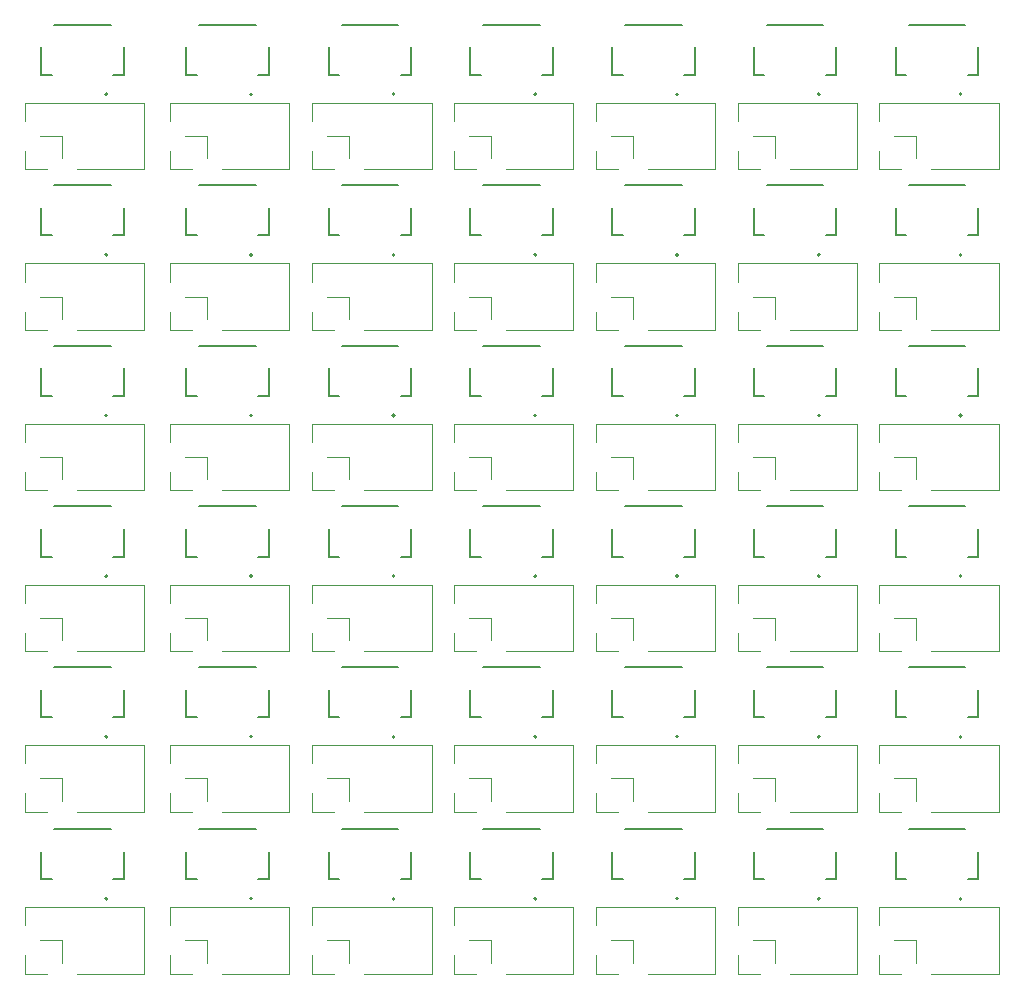
<source format=gbr>
G04 #@! TF.GenerationSoftware,KiCad,Pcbnew,5.0.2-bee76a0~70~ubuntu18.04.1*
G04 #@! TF.CreationDate,2019-05-10T19:11:01+02:00*
G04 #@! TF.ProjectId,spi_connector_board_5x5_panel,7370695f-636f-46e6-9e65-63746f725f62,rev?*
G04 #@! TF.SameCoordinates,Original*
G04 #@! TF.FileFunction,Legend,Top*
G04 #@! TF.FilePolarity,Positive*
%FSLAX46Y46*%
G04 Gerber Fmt 4.6, Leading zero omitted, Abs format (unit mm)*
G04 Created by KiCad (PCBNEW 5.0.2-bee76a0~70~ubuntu18.04.1) date Fr 10 Mai 2019 19:11:01 CEST*
%MOMM*%
%LPD*%
G01*
G04 APERTURE LIST*
%ADD10C,0.127000*%
%ADD11C,0.200000*%
%ADD12C,0.120000*%
G04 APERTURE END LIST*
D10*
G04 #@! TO.C,JST_SM05B-SRSS-TB(LF)(SN)*
X103432500Y-89081500D02*
X104322500Y-89081500D01*
X104322500Y-89081500D02*
X104322500Y-86741500D01*
X103212500Y-84831500D02*
X98432500Y-84831500D01*
X98212500Y-89081500D02*
X97322500Y-89081500D01*
X97322500Y-89081500D02*
X97322500Y-86741500D01*
D11*
X102922500Y-90731500D02*
G75*
G03X102922500Y-90731500I-100000J0D01*
G01*
D12*
G04 #@! TO.C,REF\002A\002A*
X100362500Y-97061500D02*
X106047500Y-97061500D01*
X106047500Y-97061500D02*
X106047500Y-91461500D01*
X95947500Y-91461500D02*
X106047500Y-91461500D01*
X95947500Y-92991500D02*
X95947500Y-91461500D01*
X97222500Y-94261500D02*
X99092500Y-94261500D01*
X99092500Y-94261500D02*
X99092500Y-96131500D01*
X97822500Y-97061500D02*
X95947500Y-97061500D01*
X95947500Y-97061500D02*
X95947500Y-95531500D01*
D10*
G04 #@! TO.C,JST_SM05B-SRSS-TB(LF)(SN)*
X103432500Y-116281500D02*
X104322500Y-116281500D01*
X104322500Y-116281500D02*
X104322500Y-113941500D01*
X103212500Y-112031500D02*
X98432500Y-112031500D01*
X98212500Y-116281500D02*
X97322500Y-116281500D01*
X97322500Y-116281500D02*
X97322500Y-113941500D01*
D11*
X102922500Y-117931500D02*
G75*
G03X102922500Y-117931500I-100000J0D01*
G01*
D12*
G04 #@! TO.C,REF\002A\002A*
X95947500Y-69861500D02*
X95947500Y-68331500D01*
X97822500Y-69861500D02*
X95947500Y-69861500D01*
X99092500Y-67061500D02*
X99092500Y-68931500D01*
X97222500Y-67061500D02*
X99092500Y-67061500D01*
X95947500Y-65791500D02*
X95947500Y-64261500D01*
X95947500Y-64261500D02*
X106047500Y-64261500D01*
X106047500Y-69861500D02*
X106047500Y-64261500D01*
X100362500Y-69861500D02*
X106047500Y-69861500D01*
D11*
G04 #@! TO.C,JST_SM05B-SRSS-TB(LF)(SN)*
X102922500Y-131647500D02*
G75*
G03X102922500Y-131647500I-100000J0D01*
G01*
D10*
X97322500Y-129997500D02*
X97322500Y-127657500D01*
X98212500Y-129997500D02*
X97322500Y-129997500D01*
X103212500Y-125747500D02*
X98432500Y-125747500D01*
X104322500Y-129997500D02*
X104322500Y-127657500D01*
X103432500Y-129997500D02*
X104322500Y-129997500D01*
D12*
G04 #@! TO.C,REF\002A\002A*
X95947500Y-137977500D02*
X95947500Y-136447500D01*
X97822500Y-137977500D02*
X95947500Y-137977500D01*
X99092500Y-135177500D02*
X99092500Y-137047500D01*
X97222500Y-135177500D02*
X99092500Y-135177500D01*
X95947500Y-133907500D02*
X95947500Y-132377500D01*
X95947500Y-132377500D02*
X106047500Y-132377500D01*
X106047500Y-137977500D02*
X106047500Y-132377500D01*
X100362500Y-137977500D02*
X106047500Y-137977500D01*
D11*
G04 #@! TO.C,JST_SM05B-SRSS-TB(LF)(SN)*
X102922500Y-63531500D02*
G75*
G03X102922500Y-63531500I-100000J0D01*
G01*
D10*
X97322500Y-61881500D02*
X97322500Y-59541500D01*
X98212500Y-61881500D02*
X97322500Y-61881500D01*
X103212500Y-57631500D02*
X98432500Y-57631500D01*
X104322500Y-61881500D02*
X104322500Y-59541500D01*
X103432500Y-61881500D02*
X104322500Y-61881500D01*
D12*
G04 #@! TO.C,REF\002A\002A*
X100362500Y-110661500D02*
X106047500Y-110661500D01*
X106047500Y-110661500D02*
X106047500Y-105061500D01*
X95947500Y-105061500D02*
X106047500Y-105061500D01*
X95947500Y-106591500D02*
X95947500Y-105061500D01*
X97222500Y-107861500D02*
X99092500Y-107861500D01*
X99092500Y-107861500D02*
X99092500Y-109731500D01*
X97822500Y-110661500D02*
X95947500Y-110661500D01*
X95947500Y-110661500D02*
X95947500Y-109131500D01*
D10*
G04 #@! TO.C,JST_SM05B-SRSS-TB(LF)(SN)*
X103432500Y-102681500D02*
X104322500Y-102681500D01*
X104322500Y-102681500D02*
X104322500Y-100341500D01*
X103212500Y-98431500D02*
X98432500Y-98431500D01*
X98212500Y-102681500D02*
X97322500Y-102681500D01*
X97322500Y-102681500D02*
X97322500Y-100341500D01*
D11*
X102922500Y-104331500D02*
G75*
G03X102922500Y-104331500I-100000J0D01*
G01*
D12*
G04 #@! TO.C,REF\002A\002A*
X100362500Y-124261500D02*
X106047500Y-124261500D01*
X106047500Y-124261500D02*
X106047500Y-118661500D01*
X95947500Y-118661500D02*
X106047500Y-118661500D01*
X95947500Y-120191500D02*
X95947500Y-118661500D01*
X97222500Y-121461500D02*
X99092500Y-121461500D01*
X99092500Y-121461500D02*
X99092500Y-123331500D01*
X97822500Y-124261500D02*
X95947500Y-124261500D01*
X95947500Y-124261500D02*
X95947500Y-122731500D01*
D10*
G04 #@! TO.C,JST_SM05B-SRSS-TB(LF)(SN)*
X103432500Y-75481500D02*
X104322500Y-75481500D01*
X104322500Y-75481500D02*
X104322500Y-73141500D01*
X103212500Y-71231500D02*
X98432500Y-71231500D01*
X98212500Y-75481500D02*
X97322500Y-75481500D01*
X97322500Y-75481500D02*
X97322500Y-73141500D01*
D11*
X102922500Y-77131500D02*
G75*
G03X102922500Y-77131500I-100000J0D01*
G01*
D12*
G04 #@! TO.C,REF\002A\002A*
X100362500Y-83461500D02*
X106047500Y-83461500D01*
X106047500Y-83461500D02*
X106047500Y-77861500D01*
X95947500Y-77861500D02*
X106047500Y-77861500D01*
X95947500Y-79391500D02*
X95947500Y-77861500D01*
X97222500Y-80661500D02*
X99092500Y-80661500D01*
X99092500Y-80661500D02*
X99092500Y-82531500D01*
X97822500Y-83461500D02*
X95947500Y-83461500D01*
X95947500Y-83461500D02*
X95947500Y-81931500D01*
D10*
G04 #@! TO.C,JST_SM05B-SRSS-TB(LF)(SN)*
X115688000Y-129997500D02*
X116578000Y-129997500D01*
X116578000Y-129997500D02*
X116578000Y-127657500D01*
X115468000Y-125747500D02*
X110688000Y-125747500D01*
X110468000Y-129997500D02*
X109578000Y-129997500D01*
X109578000Y-129997500D02*
X109578000Y-127657500D01*
D11*
X115178000Y-131647500D02*
G75*
G03X115178000Y-131647500I-100000J0D01*
G01*
D12*
G04 #@! TO.C,REF\002A\002A*
X132268000Y-137977500D02*
X132268000Y-136447500D01*
X134143000Y-137977500D02*
X132268000Y-137977500D01*
X135413000Y-135177500D02*
X135413000Y-137047500D01*
X133543000Y-135177500D02*
X135413000Y-135177500D01*
X132268000Y-133907500D02*
X132268000Y-132377500D01*
X132268000Y-132377500D02*
X142368000Y-132377500D01*
X142368000Y-137977500D02*
X142368000Y-132377500D01*
X136683000Y-137977500D02*
X142368000Y-137977500D01*
X120268000Y-137977500D02*
X120268000Y-136447500D01*
X122143000Y-137977500D02*
X120268000Y-137977500D01*
X123413000Y-135177500D02*
X123413000Y-137047500D01*
X121543000Y-135177500D02*
X123413000Y-135177500D01*
X120268000Y-133907500D02*
X120268000Y-132377500D01*
X120268000Y-132377500D02*
X130368000Y-132377500D01*
X130368000Y-137977500D02*
X130368000Y-132377500D01*
X124683000Y-137977500D02*
X130368000Y-137977500D01*
X156268000Y-137977500D02*
X156268000Y-136447500D01*
X158143000Y-137977500D02*
X156268000Y-137977500D01*
X159413000Y-135177500D02*
X159413000Y-137047500D01*
X157543000Y-135177500D02*
X159413000Y-135177500D01*
X156268000Y-133907500D02*
X156268000Y-132377500D01*
X156268000Y-132377500D02*
X166368000Y-132377500D01*
X166368000Y-137977500D02*
X166368000Y-132377500D01*
X160683000Y-137977500D02*
X166368000Y-137977500D01*
X144268000Y-137977500D02*
X144268000Y-136447500D01*
X146143000Y-137977500D02*
X144268000Y-137977500D01*
X147413000Y-135177500D02*
X147413000Y-137047500D01*
X145543000Y-135177500D02*
X147413000Y-135177500D01*
X144268000Y-133907500D02*
X144268000Y-132377500D01*
X144268000Y-132377500D02*
X154368000Y-132377500D01*
X154368000Y-137977500D02*
X154368000Y-132377500D01*
X148683000Y-137977500D02*
X154368000Y-137977500D01*
D11*
G04 #@! TO.C,JST_SM05B-SRSS-TB(LF)(SN)*
X175243000Y-131647500D02*
G75*
G03X175243000Y-131647500I-100000J0D01*
G01*
D10*
X169643000Y-129997500D02*
X169643000Y-127657500D01*
X170533000Y-129997500D02*
X169643000Y-129997500D01*
X175533000Y-125747500D02*
X170753000Y-125747500D01*
X176643000Y-129997500D02*
X176643000Y-127657500D01*
X175753000Y-129997500D02*
X176643000Y-129997500D01*
D11*
X163243000Y-131647500D02*
G75*
G03X163243000Y-131647500I-100000J0D01*
G01*
D10*
X157643000Y-129997500D02*
X157643000Y-127657500D01*
X158533000Y-129997500D02*
X157643000Y-129997500D01*
X163533000Y-125747500D02*
X158753000Y-125747500D01*
X164643000Y-129997500D02*
X164643000Y-127657500D01*
X163753000Y-129997500D02*
X164643000Y-129997500D01*
D11*
X151243000Y-131647500D02*
G75*
G03X151243000Y-131647500I-100000J0D01*
G01*
D10*
X145643000Y-129997500D02*
X145643000Y-127657500D01*
X146533000Y-129997500D02*
X145643000Y-129997500D01*
X151533000Y-125747500D02*
X146753000Y-125747500D01*
X152643000Y-129997500D02*
X152643000Y-127657500D01*
X151753000Y-129997500D02*
X152643000Y-129997500D01*
D11*
X139243000Y-131647500D02*
G75*
G03X139243000Y-131647500I-100000J0D01*
G01*
D10*
X133643000Y-129997500D02*
X133643000Y-127657500D01*
X134533000Y-129997500D02*
X133643000Y-129997500D01*
X139533000Y-125747500D02*
X134753000Y-125747500D01*
X140643000Y-129997500D02*
X140643000Y-127657500D01*
X139753000Y-129997500D02*
X140643000Y-129997500D01*
D11*
X127243000Y-131647500D02*
G75*
G03X127243000Y-131647500I-100000J0D01*
G01*
D10*
X121643000Y-129997500D02*
X121643000Y-127657500D01*
X122533000Y-129997500D02*
X121643000Y-129997500D01*
X127533000Y-125747500D02*
X122753000Y-125747500D01*
X128643000Y-129997500D02*
X128643000Y-127657500D01*
X127753000Y-129997500D02*
X128643000Y-129997500D01*
D12*
G04 #@! TO.C,REF\002A\002A*
X168268000Y-137977500D02*
X168268000Y-136447500D01*
X170143000Y-137977500D02*
X168268000Y-137977500D01*
X171413000Y-135177500D02*
X171413000Y-137047500D01*
X169543000Y-135177500D02*
X171413000Y-135177500D01*
X168268000Y-133907500D02*
X168268000Y-132377500D01*
X168268000Y-132377500D02*
X178368000Y-132377500D01*
X178368000Y-137977500D02*
X178368000Y-132377500D01*
X172683000Y-137977500D02*
X178368000Y-137977500D01*
X112618000Y-137977500D02*
X118303000Y-137977500D01*
X118303000Y-137977500D02*
X118303000Y-132377500D01*
X108203000Y-132377500D02*
X118303000Y-132377500D01*
X108203000Y-133907500D02*
X108203000Y-132377500D01*
X109478000Y-135177500D02*
X111348000Y-135177500D01*
X111348000Y-135177500D02*
X111348000Y-137047500D01*
X110078000Y-137977500D02*
X108203000Y-137977500D01*
X108203000Y-137977500D02*
X108203000Y-136447500D01*
D10*
G04 #@! TO.C,JST_SM05B-SRSS-TB(LF)(SN)*
X115688000Y-61881500D02*
X116578000Y-61881500D01*
X116578000Y-61881500D02*
X116578000Y-59541500D01*
X115468000Y-57631500D02*
X110688000Y-57631500D01*
X110468000Y-61881500D02*
X109578000Y-61881500D01*
X109578000Y-61881500D02*
X109578000Y-59541500D01*
D11*
X115178000Y-63531500D02*
G75*
G03X115178000Y-63531500I-100000J0D01*
G01*
D12*
G04 #@! TO.C,REF\002A\002A*
X112618000Y-69861500D02*
X118303000Y-69861500D01*
X118303000Y-69861500D02*
X118303000Y-64261500D01*
X108203000Y-64261500D02*
X118303000Y-64261500D01*
X108203000Y-65791500D02*
X108203000Y-64261500D01*
X109478000Y-67061500D02*
X111348000Y-67061500D01*
X111348000Y-67061500D02*
X111348000Y-68931500D01*
X110078000Y-69861500D02*
X108203000Y-69861500D01*
X108203000Y-69861500D02*
X108203000Y-68331500D01*
X108203000Y-124261500D02*
X108203000Y-122731500D01*
X110078000Y-124261500D02*
X108203000Y-124261500D01*
X111348000Y-121461500D02*
X111348000Y-123331500D01*
X109478000Y-121461500D02*
X111348000Y-121461500D01*
X108203000Y-120191500D02*
X108203000Y-118661500D01*
X108203000Y-118661500D02*
X118303000Y-118661500D01*
X118303000Y-124261500D02*
X118303000Y-118661500D01*
X112618000Y-124261500D02*
X118303000Y-124261500D01*
D11*
G04 #@! TO.C,JST_SM05B-SRSS-TB(LF)(SN)*
X115178000Y-117931500D02*
G75*
G03X115178000Y-117931500I-100000J0D01*
G01*
D10*
X109578000Y-116281500D02*
X109578000Y-113941500D01*
X110468000Y-116281500D02*
X109578000Y-116281500D01*
X115468000Y-112031500D02*
X110688000Y-112031500D01*
X116578000Y-116281500D02*
X116578000Y-113941500D01*
X115688000Y-116281500D02*
X116578000Y-116281500D01*
D11*
X115178000Y-104331500D02*
G75*
G03X115178000Y-104331500I-100000J0D01*
G01*
D10*
X109578000Y-102681500D02*
X109578000Y-100341500D01*
X110468000Y-102681500D02*
X109578000Y-102681500D01*
X115468000Y-98431500D02*
X110688000Y-98431500D01*
X116578000Y-102681500D02*
X116578000Y-100341500D01*
X115688000Y-102681500D02*
X116578000Y-102681500D01*
D11*
X115178000Y-90731500D02*
G75*
G03X115178000Y-90731500I-100000J0D01*
G01*
D10*
X109578000Y-89081500D02*
X109578000Y-86741500D01*
X110468000Y-89081500D02*
X109578000Y-89081500D01*
X115468000Y-84831500D02*
X110688000Y-84831500D01*
X116578000Y-89081500D02*
X116578000Y-86741500D01*
X115688000Y-89081500D02*
X116578000Y-89081500D01*
D11*
X115178000Y-77131500D02*
G75*
G03X115178000Y-77131500I-100000J0D01*
G01*
D10*
X109578000Y-75481500D02*
X109578000Y-73141500D01*
X110468000Y-75481500D02*
X109578000Y-75481500D01*
X115468000Y-71231500D02*
X110688000Y-71231500D01*
X116578000Y-75481500D02*
X116578000Y-73141500D01*
X115688000Y-75481500D02*
X116578000Y-75481500D01*
D12*
G04 #@! TO.C,REF\002A\002A*
X108203000Y-83461500D02*
X108203000Y-81931500D01*
X110078000Y-83461500D02*
X108203000Y-83461500D01*
X111348000Y-80661500D02*
X111348000Y-82531500D01*
X109478000Y-80661500D02*
X111348000Y-80661500D01*
X108203000Y-79391500D02*
X108203000Y-77861500D01*
X108203000Y-77861500D02*
X118303000Y-77861500D01*
X118303000Y-83461500D02*
X118303000Y-77861500D01*
X112618000Y-83461500D02*
X118303000Y-83461500D01*
X108203000Y-97061500D02*
X108203000Y-95531500D01*
X110078000Y-97061500D02*
X108203000Y-97061500D01*
X111348000Y-94261500D02*
X111348000Y-96131500D01*
X109478000Y-94261500D02*
X111348000Y-94261500D01*
X108203000Y-92991500D02*
X108203000Y-91461500D01*
X108203000Y-91461500D02*
X118303000Y-91461500D01*
X118303000Y-97061500D02*
X118303000Y-91461500D01*
X112618000Y-97061500D02*
X118303000Y-97061500D01*
X108203000Y-110661500D02*
X108203000Y-109131500D01*
X110078000Y-110661500D02*
X108203000Y-110661500D01*
X111348000Y-107861500D02*
X111348000Y-109731500D01*
X109478000Y-107861500D02*
X111348000Y-107861500D01*
X108203000Y-106591500D02*
X108203000Y-105061500D01*
X108203000Y-105061500D02*
X118303000Y-105061500D01*
X118303000Y-110661500D02*
X118303000Y-105061500D01*
X112618000Y-110661500D02*
X118303000Y-110661500D01*
D10*
G04 #@! TO.C,JST_SM05B-SRSS-TB(LF)(SN)*
X175753000Y-116281500D02*
X176643000Y-116281500D01*
X176643000Y-116281500D02*
X176643000Y-113941500D01*
X175533000Y-112031500D02*
X170753000Y-112031500D01*
X170533000Y-116281500D02*
X169643000Y-116281500D01*
X169643000Y-116281500D02*
X169643000Y-113941500D01*
D11*
X175243000Y-117931500D02*
G75*
G03X175243000Y-117931500I-100000J0D01*
G01*
D10*
X163753000Y-116281500D02*
X164643000Y-116281500D01*
X164643000Y-116281500D02*
X164643000Y-113941500D01*
X163533000Y-112031500D02*
X158753000Y-112031500D01*
X158533000Y-116281500D02*
X157643000Y-116281500D01*
X157643000Y-116281500D02*
X157643000Y-113941500D01*
D11*
X163243000Y-117931500D02*
G75*
G03X163243000Y-117931500I-100000J0D01*
G01*
D10*
X151753000Y-116281500D02*
X152643000Y-116281500D01*
X152643000Y-116281500D02*
X152643000Y-113941500D01*
X151533000Y-112031500D02*
X146753000Y-112031500D01*
X146533000Y-116281500D02*
X145643000Y-116281500D01*
X145643000Y-116281500D02*
X145643000Y-113941500D01*
D11*
X151243000Y-117931500D02*
G75*
G03X151243000Y-117931500I-100000J0D01*
G01*
D10*
X139753000Y-116281500D02*
X140643000Y-116281500D01*
X140643000Y-116281500D02*
X140643000Y-113941500D01*
X139533000Y-112031500D02*
X134753000Y-112031500D01*
X134533000Y-116281500D02*
X133643000Y-116281500D01*
X133643000Y-116281500D02*
X133643000Y-113941500D01*
D11*
X139243000Y-117931500D02*
G75*
G03X139243000Y-117931500I-100000J0D01*
G01*
D10*
X127753000Y-116281500D02*
X128643000Y-116281500D01*
X128643000Y-116281500D02*
X128643000Y-113941500D01*
X127533000Y-112031500D02*
X122753000Y-112031500D01*
X122533000Y-116281500D02*
X121643000Y-116281500D01*
X121643000Y-116281500D02*
X121643000Y-113941500D01*
D11*
X127243000Y-117931500D02*
G75*
G03X127243000Y-117931500I-100000J0D01*
G01*
D10*
X175753000Y-102681500D02*
X176643000Y-102681500D01*
X176643000Y-102681500D02*
X176643000Y-100341500D01*
X175533000Y-98431500D02*
X170753000Y-98431500D01*
X170533000Y-102681500D02*
X169643000Y-102681500D01*
X169643000Y-102681500D02*
X169643000Y-100341500D01*
D11*
X175243000Y-104331500D02*
G75*
G03X175243000Y-104331500I-100000J0D01*
G01*
D10*
X163753000Y-102681500D02*
X164643000Y-102681500D01*
X164643000Y-102681500D02*
X164643000Y-100341500D01*
X163533000Y-98431500D02*
X158753000Y-98431500D01*
X158533000Y-102681500D02*
X157643000Y-102681500D01*
X157643000Y-102681500D02*
X157643000Y-100341500D01*
D11*
X163243000Y-104331500D02*
G75*
G03X163243000Y-104331500I-100000J0D01*
G01*
D10*
X151753000Y-102681500D02*
X152643000Y-102681500D01*
X152643000Y-102681500D02*
X152643000Y-100341500D01*
X151533000Y-98431500D02*
X146753000Y-98431500D01*
X146533000Y-102681500D02*
X145643000Y-102681500D01*
X145643000Y-102681500D02*
X145643000Y-100341500D01*
D11*
X151243000Y-104331500D02*
G75*
G03X151243000Y-104331500I-100000J0D01*
G01*
D10*
X139753000Y-102681500D02*
X140643000Y-102681500D01*
X140643000Y-102681500D02*
X140643000Y-100341500D01*
X139533000Y-98431500D02*
X134753000Y-98431500D01*
X134533000Y-102681500D02*
X133643000Y-102681500D01*
X133643000Y-102681500D02*
X133643000Y-100341500D01*
D11*
X139243000Y-104331500D02*
G75*
G03X139243000Y-104331500I-100000J0D01*
G01*
D10*
X127753000Y-102681500D02*
X128643000Y-102681500D01*
X128643000Y-102681500D02*
X128643000Y-100341500D01*
X127533000Y-98431500D02*
X122753000Y-98431500D01*
X122533000Y-102681500D02*
X121643000Y-102681500D01*
X121643000Y-102681500D02*
X121643000Y-100341500D01*
D11*
X127243000Y-104331500D02*
G75*
G03X127243000Y-104331500I-100000J0D01*
G01*
D10*
X175753000Y-89081500D02*
X176643000Y-89081500D01*
X176643000Y-89081500D02*
X176643000Y-86741500D01*
X175533000Y-84831500D02*
X170753000Y-84831500D01*
X170533000Y-89081500D02*
X169643000Y-89081500D01*
X169643000Y-89081500D02*
X169643000Y-86741500D01*
D11*
X175243000Y-90731500D02*
G75*
G03X175243000Y-90731500I-100000J0D01*
G01*
D10*
X163753000Y-89081500D02*
X164643000Y-89081500D01*
X164643000Y-89081500D02*
X164643000Y-86741500D01*
X163533000Y-84831500D02*
X158753000Y-84831500D01*
X158533000Y-89081500D02*
X157643000Y-89081500D01*
X157643000Y-89081500D02*
X157643000Y-86741500D01*
D11*
X163243000Y-90731500D02*
G75*
G03X163243000Y-90731500I-100000J0D01*
G01*
D10*
X151753000Y-89081500D02*
X152643000Y-89081500D01*
X152643000Y-89081500D02*
X152643000Y-86741500D01*
X151533000Y-84831500D02*
X146753000Y-84831500D01*
X146533000Y-89081500D02*
X145643000Y-89081500D01*
X145643000Y-89081500D02*
X145643000Y-86741500D01*
D11*
X151243000Y-90731500D02*
G75*
G03X151243000Y-90731500I-100000J0D01*
G01*
D10*
X139753000Y-89081500D02*
X140643000Y-89081500D01*
X140643000Y-89081500D02*
X140643000Y-86741500D01*
X139533000Y-84831500D02*
X134753000Y-84831500D01*
X134533000Y-89081500D02*
X133643000Y-89081500D01*
X133643000Y-89081500D02*
X133643000Y-86741500D01*
D11*
X139243000Y-90731500D02*
G75*
G03X139243000Y-90731500I-100000J0D01*
G01*
D10*
X127753000Y-89081500D02*
X128643000Y-89081500D01*
X128643000Y-89081500D02*
X128643000Y-86741500D01*
X127533000Y-84831500D02*
X122753000Y-84831500D01*
X122533000Y-89081500D02*
X121643000Y-89081500D01*
X121643000Y-89081500D02*
X121643000Y-86741500D01*
D11*
X127243000Y-90731500D02*
G75*
G03X127243000Y-90731500I-100000J0D01*
G01*
D10*
X175753000Y-75481500D02*
X176643000Y-75481500D01*
X176643000Y-75481500D02*
X176643000Y-73141500D01*
X175533000Y-71231500D02*
X170753000Y-71231500D01*
X170533000Y-75481500D02*
X169643000Y-75481500D01*
X169643000Y-75481500D02*
X169643000Y-73141500D01*
D11*
X175243000Y-77131500D02*
G75*
G03X175243000Y-77131500I-100000J0D01*
G01*
D10*
X163753000Y-75481500D02*
X164643000Y-75481500D01*
X164643000Y-75481500D02*
X164643000Y-73141500D01*
X163533000Y-71231500D02*
X158753000Y-71231500D01*
X158533000Y-75481500D02*
X157643000Y-75481500D01*
X157643000Y-75481500D02*
X157643000Y-73141500D01*
D11*
X163243000Y-77131500D02*
G75*
G03X163243000Y-77131500I-100000J0D01*
G01*
D10*
X151753000Y-75481500D02*
X152643000Y-75481500D01*
X152643000Y-75481500D02*
X152643000Y-73141500D01*
X151533000Y-71231500D02*
X146753000Y-71231500D01*
X146533000Y-75481500D02*
X145643000Y-75481500D01*
X145643000Y-75481500D02*
X145643000Y-73141500D01*
D11*
X151243000Y-77131500D02*
G75*
G03X151243000Y-77131500I-100000J0D01*
G01*
D10*
X139753000Y-75481500D02*
X140643000Y-75481500D01*
X140643000Y-75481500D02*
X140643000Y-73141500D01*
X139533000Y-71231500D02*
X134753000Y-71231500D01*
X134533000Y-75481500D02*
X133643000Y-75481500D01*
X133643000Y-75481500D02*
X133643000Y-73141500D01*
D11*
X139243000Y-77131500D02*
G75*
G03X139243000Y-77131500I-100000J0D01*
G01*
D10*
X127753000Y-75481500D02*
X128643000Y-75481500D01*
X128643000Y-75481500D02*
X128643000Y-73141500D01*
X127533000Y-71231500D02*
X122753000Y-71231500D01*
X122533000Y-75481500D02*
X121643000Y-75481500D01*
X121643000Y-75481500D02*
X121643000Y-73141500D01*
D11*
X127243000Y-77131500D02*
G75*
G03X127243000Y-77131500I-100000J0D01*
G01*
D10*
X175753000Y-61881500D02*
X176643000Y-61881500D01*
X176643000Y-61881500D02*
X176643000Y-59541500D01*
X175533000Y-57631500D02*
X170753000Y-57631500D01*
X170533000Y-61881500D02*
X169643000Y-61881500D01*
X169643000Y-61881500D02*
X169643000Y-59541500D01*
D11*
X175243000Y-63531500D02*
G75*
G03X175243000Y-63531500I-100000J0D01*
G01*
D10*
X163753000Y-61881500D02*
X164643000Y-61881500D01*
X164643000Y-61881500D02*
X164643000Y-59541500D01*
X163533000Y-57631500D02*
X158753000Y-57631500D01*
X158533000Y-61881500D02*
X157643000Y-61881500D01*
X157643000Y-61881500D02*
X157643000Y-59541500D01*
D11*
X163243000Y-63531500D02*
G75*
G03X163243000Y-63531500I-100000J0D01*
G01*
D10*
X151753000Y-61881500D02*
X152643000Y-61881500D01*
X152643000Y-61881500D02*
X152643000Y-59541500D01*
X151533000Y-57631500D02*
X146753000Y-57631500D01*
X146533000Y-61881500D02*
X145643000Y-61881500D01*
X145643000Y-61881500D02*
X145643000Y-59541500D01*
D11*
X151243000Y-63531500D02*
G75*
G03X151243000Y-63531500I-100000J0D01*
G01*
D10*
X139753000Y-61881500D02*
X140643000Y-61881500D01*
X140643000Y-61881500D02*
X140643000Y-59541500D01*
X139533000Y-57631500D02*
X134753000Y-57631500D01*
X134533000Y-61881500D02*
X133643000Y-61881500D01*
X133643000Y-61881500D02*
X133643000Y-59541500D01*
D11*
X139243000Y-63531500D02*
G75*
G03X139243000Y-63531500I-100000J0D01*
G01*
D12*
G04 #@! TO.C,REF\002A\002A*
X172683000Y-124261500D02*
X178368000Y-124261500D01*
X178368000Y-124261500D02*
X178368000Y-118661500D01*
X168268000Y-118661500D02*
X178368000Y-118661500D01*
X168268000Y-120191500D02*
X168268000Y-118661500D01*
X169543000Y-121461500D02*
X171413000Y-121461500D01*
X171413000Y-121461500D02*
X171413000Y-123331500D01*
X170143000Y-124261500D02*
X168268000Y-124261500D01*
X168268000Y-124261500D02*
X168268000Y-122731500D01*
X160683000Y-124261500D02*
X166368000Y-124261500D01*
X166368000Y-124261500D02*
X166368000Y-118661500D01*
X156268000Y-118661500D02*
X166368000Y-118661500D01*
X156268000Y-120191500D02*
X156268000Y-118661500D01*
X157543000Y-121461500D02*
X159413000Y-121461500D01*
X159413000Y-121461500D02*
X159413000Y-123331500D01*
X158143000Y-124261500D02*
X156268000Y-124261500D01*
X156268000Y-124261500D02*
X156268000Y-122731500D01*
X148683000Y-124261500D02*
X154368000Y-124261500D01*
X154368000Y-124261500D02*
X154368000Y-118661500D01*
X144268000Y-118661500D02*
X154368000Y-118661500D01*
X144268000Y-120191500D02*
X144268000Y-118661500D01*
X145543000Y-121461500D02*
X147413000Y-121461500D01*
X147413000Y-121461500D02*
X147413000Y-123331500D01*
X146143000Y-124261500D02*
X144268000Y-124261500D01*
X144268000Y-124261500D02*
X144268000Y-122731500D01*
X136683000Y-124261500D02*
X142368000Y-124261500D01*
X142368000Y-124261500D02*
X142368000Y-118661500D01*
X132268000Y-118661500D02*
X142368000Y-118661500D01*
X132268000Y-120191500D02*
X132268000Y-118661500D01*
X133543000Y-121461500D02*
X135413000Y-121461500D01*
X135413000Y-121461500D02*
X135413000Y-123331500D01*
X134143000Y-124261500D02*
X132268000Y-124261500D01*
X132268000Y-124261500D02*
X132268000Y-122731500D01*
X124683000Y-124261500D02*
X130368000Y-124261500D01*
X130368000Y-124261500D02*
X130368000Y-118661500D01*
X120268000Y-118661500D02*
X130368000Y-118661500D01*
X120268000Y-120191500D02*
X120268000Y-118661500D01*
X121543000Y-121461500D02*
X123413000Y-121461500D01*
X123413000Y-121461500D02*
X123413000Y-123331500D01*
X122143000Y-124261500D02*
X120268000Y-124261500D01*
X120268000Y-124261500D02*
X120268000Y-122731500D01*
X172683000Y-110661500D02*
X178368000Y-110661500D01*
X178368000Y-110661500D02*
X178368000Y-105061500D01*
X168268000Y-105061500D02*
X178368000Y-105061500D01*
X168268000Y-106591500D02*
X168268000Y-105061500D01*
X169543000Y-107861500D02*
X171413000Y-107861500D01*
X171413000Y-107861500D02*
X171413000Y-109731500D01*
X170143000Y-110661500D02*
X168268000Y-110661500D01*
X168268000Y-110661500D02*
X168268000Y-109131500D01*
X160683000Y-110661500D02*
X166368000Y-110661500D01*
X166368000Y-110661500D02*
X166368000Y-105061500D01*
X156268000Y-105061500D02*
X166368000Y-105061500D01*
X156268000Y-106591500D02*
X156268000Y-105061500D01*
X157543000Y-107861500D02*
X159413000Y-107861500D01*
X159413000Y-107861500D02*
X159413000Y-109731500D01*
X158143000Y-110661500D02*
X156268000Y-110661500D01*
X156268000Y-110661500D02*
X156268000Y-109131500D01*
X148683000Y-110661500D02*
X154368000Y-110661500D01*
X154368000Y-110661500D02*
X154368000Y-105061500D01*
X144268000Y-105061500D02*
X154368000Y-105061500D01*
X144268000Y-106591500D02*
X144268000Y-105061500D01*
X145543000Y-107861500D02*
X147413000Y-107861500D01*
X147413000Y-107861500D02*
X147413000Y-109731500D01*
X146143000Y-110661500D02*
X144268000Y-110661500D01*
X144268000Y-110661500D02*
X144268000Y-109131500D01*
X136683000Y-110661500D02*
X142368000Y-110661500D01*
X142368000Y-110661500D02*
X142368000Y-105061500D01*
X132268000Y-105061500D02*
X142368000Y-105061500D01*
X132268000Y-106591500D02*
X132268000Y-105061500D01*
X133543000Y-107861500D02*
X135413000Y-107861500D01*
X135413000Y-107861500D02*
X135413000Y-109731500D01*
X134143000Y-110661500D02*
X132268000Y-110661500D01*
X132268000Y-110661500D02*
X132268000Y-109131500D01*
X124683000Y-110661500D02*
X130368000Y-110661500D01*
X130368000Y-110661500D02*
X130368000Y-105061500D01*
X120268000Y-105061500D02*
X130368000Y-105061500D01*
X120268000Y-106591500D02*
X120268000Y-105061500D01*
X121543000Y-107861500D02*
X123413000Y-107861500D01*
X123413000Y-107861500D02*
X123413000Y-109731500D01*
X122143000Y-110661500D02*
X120268000Y-110661500D01*
X120268000Y-110661500D02*
X120268000Y-109131500D01*
X172683000Y-97061500D02*
X178368000Y-97061500D01*
X178368000Y-97061500D02*
X178368000Y-91461500D01*
X168268000Y-91461500D02*
X178368000Y-91461500D01*
X168268000Y-92991500D02*
X168268000Y-91461500D01*
X169543000Y-94261500D02*
X171413000Y-94261500D01*
X171413000Y-94261500D02*
X171413000Y-96131500D01*
X170143000Y-97061500D02*
X168268000Y-97061500D01*
X168268000Y-97061500D02*
X168268000Y-95531500D01*
X160683000Y-97061500D02*
X166368000Y-97061500D01*
X166368000Y-97061500D02*
X166368000Y-91461500D01*
X156268000Y-91461500D02*
X166368000Y-91461500D01*
X156268000Y-92991500D02*
X156268000Y-91461500D01*
X157543000Y-94261500D02*
X159413000Y-94261500D01*
X159413000Y-94261500D02*
X159413000Y-96131500D01*
X158143000Y-97061500D02*
X156268000Y-97061500D01*
X156268000Y-97061500D02*
X156268000Y-95531500D01*
X148683000Y-97061500D02*
X154368000Y-97061500D01*
X154368000Y-97061500D02*
X154368000Y-91461500D01*
X144268000Y-91461500D02*
X154368000Y-91461500D01*
X144268000Y-92991500D02*
X144268000Y-91461500D01*
X145543000Y-94261500D02*
X147413000Y-94261500D01*
X147413000Y-94261500D02*
X147413000Y-96131500D01*
X146143000Y-97061500D02*
X144268000Y-97061500D01*
X144268000Y-97061500D02*
X144268000Y-95531500D01*
X136683000Y-97061500D02*
X142368000Y-97061500D01*
X142368000Y-97061500D02*
X142368000Y-91461500D01*
X132268000Y-91461500D02*
X142368000Y-91461500D01*
X132268000Y-92991500D02*
X132268000Y-91461500D01*
X133543000Y-94261500D02*
X135413000Y-94261500D01*
X135413000Y-94261500D02*
X135413000Y-96131500D01*
X134143000Y-97061500D02*
X132268000Y-97061500D01*
X132268000Y-97061500D02*
X132268000Y-95531500D01*
X124683000Y-97061500D02*
X130368000Y-97061500D01*
X130368000Y-97061500D02*
X130368000Y-91461500D01*
X120268000Y-91461500D02*
X130368000Y-91461500D01*
X120268000Y-92991500D02*
X120268000Y-91461500D01*
X121543000Y-94261500D02*
X123413000Y-94261500D01*
X123413000Y-94261500D02*
X123413000Y-96131500D01*
X122143000Y-97061500D02*
X120268000Y-97061500D01*
X120268000Y-97061500D02*
X120268000Y-95531500D01*
X172683000Y-83461500D02*
X178368000Y-83461500D01*
X178368000Y-83461500D02*
X178368000Y-77861500D01*
X168268000Y-77861500D02*
X178368000Y-77861500D01*
X168268000Y-79391500D02*
X168268000Y-77861500D01*
X169543000Y-80661500D02*
X171413000Y-80661500D01*
X171413000Y-80661500D02*
X171413000Y-82531500D01*
X170143000Y-83461500D02*
X168268000Y-83461500D01*
X168268000Y-83461500D02*
X168268000Y-81931500D01*
X160683000Y-83461500D02*
X166368000Y-83461500D01*
X166368000Y-83461500D02*
X166368000Y-77861500D01*
X156268000Y-77861500D02*
X166368000Y-77861500D01*
X156268000Y-79391500D02*
X156268000Y-77861500D01*
X157543000Y-80661500D02*
X159413000Y-80661500D01*
X159413000Y-80661500D02*
X159413000Y-82531500D01*
X158143000Y-83461500D02*
X156268000Y-83461500D01*
X156268000Y-83461500D02*
X156268000Y-81931500D01*
X148683000Y-83461500D02*
X154368000Y-83461500D01*
X154368000Y-83461500D02*
X154368000Y-77861500D01*
X144268000Y-77861500D02*
X154368000Y-77861500D01*
X144268000Y-79391500D02*
X144268000Y-77861500D01*
X145543000Y-80661500D02*
X147413000Y-80661500D01*
X147413000Y-80661500D02*
X147413000Y-82531500D01*
X146143000Y-83461500D02*
X144268000Y-83461500D01*
X144268000Y-83461500D02*
X144268000Y-81931500D01*
X136683000Y-83461500D02*
X142368000Y-83461500D01*
X142368000Y-83461500D02*
X142368000Y-77861500D01*
X132268000Y-77861500D02*
X142368000Y-77861500D01*
X132268000Y-79391500D02*
X132268000Y-77861500D01*
X133543000Y-80661500D02*
X135413000Y-80661500D01*
X135413000Y-80661500D02*
X135413000Y-82531500D01*
X134143000Y-83461500D02*
X132268000Y-83461500D01*
X132268000Y-83461500D02*
X132268000Y-81931500D01*
X124683000Y-83461500D02*
X130368000Y-83461500D01*
X130368000Y-83461500D02*
X130368000Y-77861500D01*
X120268000Y-77861500D02*
X130368000Y-77861500D01*
X120268000Y-79391500D02*
X120268000Y-77861500D01*
X121543000Y-80661500D02*
X123413000Y-80661500D01*
X123413000Y-80661500D02*
X123413000Y-82531500D01*
X122143000Y-83461500D02*
X120268000Y-83461500D01*
X120268000Y-83461500D02*
X120268000Y-81931500D01*
X172683000Y-69861500D02*
X178368000Y-69861500D01*
X178368000Y-69861500D02*
X178368000Y-64261500D01*
X168268000Y-64261500D02*
X178368000Y-64261500D01*
X168268000Y-65791500D02*
X168268000Y-64261500D01*
X169543000Y-67061500D02*
X171413000Y-67061500D01*
X171413000Y-67061500D02*
X171413000Y-68931500D01*
X170143000Y-69861500D02*
X168268000Y-69861500D01*
X168268000Y-69861500D02*
X168268000Y-68331500D01*
X160683000Y-69861500D02*
X166368000Y-69861500D01*
X166368000Y-69861500D02*
X166368000Y-64261500D01*
X156268000Y-64261500D02*
X166368000Y-64261500D01*
X156268000Y-65791500D02*
X156268000Y-64261500D01*
X157543000Y-67061500D02*
X159413000Y-67061500D01*
X159413000Y-67061500D02*
X159413000Y-68931500D01*
X158143000Y-69861500D02*
X156268000Y-69861500D01*
X156268000Y-69861500D02*
X156268000Y-68331500D01*
X148683000Y-69861500D02*
X154368000Y-69861500D01*
X154368000Y-69861500D02*
X154368000Y-64261500D01*
X144268000Y-64261500D02*
X154368000Y-64261500D01*
X144268000Y-65791500D02*
X144268000Y-64261500D01*
X145543000Y-67061500D02*
X147413000Y-67061500D01*
X147413000Y-67061500D02*
X147413000Y-68931500D01*
X146143000Y-69861500D02*
X144268000Y-69861500D01*
X144268000Y-69861500D02*
X144268000Y-68331500D01*
X136683000Y-69861500D02*
X142368000Y-69861500D01*
X142368000Y-69861500D02*
X142368000Y-64261500D01*
X132268000Y-64261500D02*
X142368000Y-64261500D01*
X132268000Y-65791500D02*
X132268000Y-64261500D01*
X133543000Y-67061500D02*
X135413000Y-67061500D01*
X135413000Y-67061500D02*
X135413000Y-68931500D01*
X134143000Y-69861500D02*
X132268000Y-69861500D01*
X132268000Y-69861500D02*
X132268000Y-68331500D01*
D11*
G04 #@! TO.C,JST_SM05B-SRSS-TB(LF)(SN)*
X127243000Y-63531500D02*
G75*
G03X127243000Y-63531500I-100000J0D01*
G01*
D10*
X121643000Y-61881500D02*
X121643000Y-59541500D01*
X122533000Y-61881500D02*
X121643000Y-61881500D01*
X127533000Y-57631500D02*
X122753000Y-57631500D01*
X128643000Y-61881500D02*
X128643000Y-59541500D01*
X127753000Y-61881500D02*
X128643000Y-61881500D01*
D12*
G04 #@! TO.C,REF\002A\002A*
X120268000Y-69861500D02*
X120268000Y-68331500D01*
X122143000Y-69861500D02*
X120268000Y-69861500D01*
X123413000Y-67061500D02*
X123413000Y-68931500D01*
X121543000Y-67061500D02*
X123413000Y-67061500D01*
X120268000Y-65791500D02*
X120268000Y-64261500D01*
X120268000Y-64261500D02*
X130368000Y-64261500D01*
X130368000Y-69861500D02*
X130368000Y-64261500D01*
X124683000Y-69861500D02*
X130368000Y-69861500D01*
G04 #@! TD*
M02*

</source>
